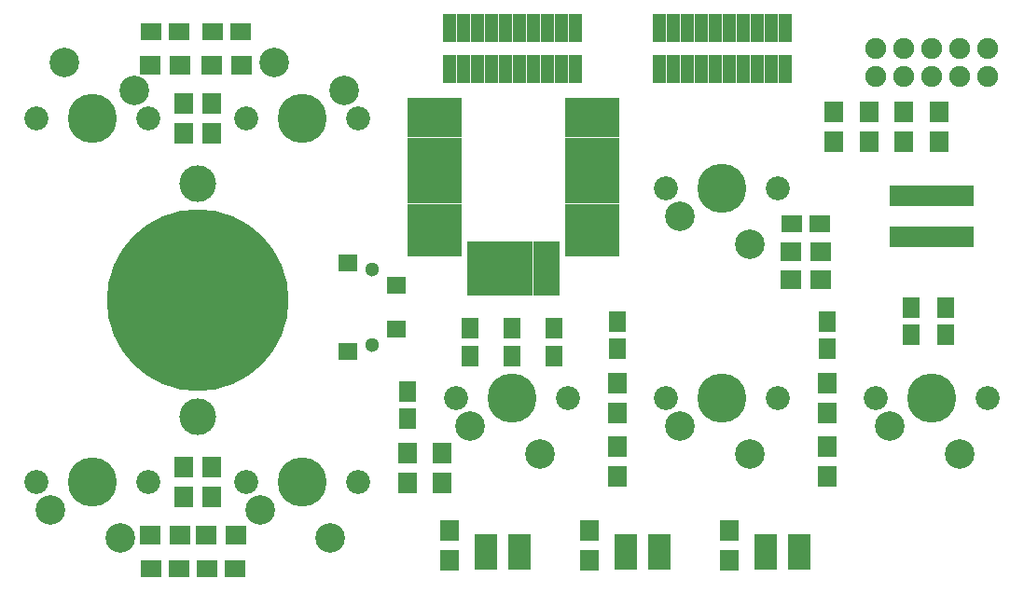
<source format=gbr>
G04 #@! TF.FileFunction,Soldermask,Top*
%FSLAX46Y46*%
G04 Gerber Fmt 4.6, Leading zero omitted, Abs format (unit mm)*
G04 Created by KiCad (PCBNEW 4.0.4-stable) date 02/19/17 16:13:15*
%MOMM*%
%LPD*%
G01*
G04 APERTURE LIST*
%ADD10C,0.100000*%
%ADD11C,3.321000*%
%ADD12C,16.510000*%
%ADD13C,2.178000*%
%ADD14C,2.686000*%
%ADD15C,4.464000*%
%ADD16R,1.650000X1.900000*%
%ADD17R,1.900000X1.650000*%
%ADD18C,1.900000*%
%ADD19R,1.700000X1.900000*%
%ADD20R,1.900000X1.700000*%
%ADD21R,0.750000X1.950000*%
%ADD22R,5.000000X1.200000*%
%ADD23R,1.200000X5.000000*%
%ADD24R,1.160000X2.600000*%
%ADD25R,1.800000X1.600000*%
%ADD26C,1.300000*%
%ADD27R,2.000000X3.200000*%
G04 APERTURE END LIST*
D10*
D11*
X98425000Y-112153700D03*
D12*
X98425000Y-101600000D03*
D11*
X98425000Y-91046300D03*
D13*
X140970000Y-110490000D03*
X151130000Y-110490000D03*
D14*
X142240000Y-113030000D03*
X148590000Y-115570000D03*
D15*
X146050000Y-110490000D03*
D13*
X160020000Y-110490000D03*
X170180000Y-110490000D03*
D14*
X161290000Y-113030000D03*
X167640000Y-115570000D03*
D15*
X165100000Y-110490000D03*
D13*
X121920000Y-110490000D03*
X132080000Y-110490000D03*
D14*
X123190000Y-113030000D03*
X129540000Y-115570000D03*
D15*
X127000000Y-110490000D03*
D16*
X166370000Y-102255000D03*
X166370000Y-104755000D03*
X163195000Y-102255000D03*
X163195000Y-104755000D03*
X155575000Y-106025000D03*
X155575000Y-103525000D03*
D17*
X154920000Y-94615000D03*
X152420000Y-94615000D03*
D16*
X136525000Y-106025000D03*
X136525000Y-103525000D03*
X117475000Y-112375000D03*
X117475000Y-109875000D03*
D17*
X99334000Y-125984000D03*
X101834000Y-125984000D03*
X96754000Y-125984000D03*
X94254000Y-125984000D03*
X99842000Y-77216000D03*
X102342000Y-77216000D03*
X96754000Y-77216000D03*
X94254000Y-77216000D03*
D16*
X123190000Y-104160000D03*
X123190000Y-106660000D03*
X130810000Y-104160000D03*
X130810000Y-106660000D03*
X127000000Y-104160000D03*
X127000000Y-106660000D03*
D18*
X160020000Y-78740000D03*
X160020000Y-81280000D03*
X162560000Y-78740000D03*
X162560000Y-81280000D03*
X165100000Y-78740000D03*
X165100000Y-81280000D03*
X167640000Y-78740000D03*
X167640000Y-81280000D03*
X170180000Y-78740000D03*
X170180000Y-81280000D03*
D19*
X165735000Y-87202000D03*
X165735000Y-84502000D03*
X162560000Y-87202000D03*
X162560000Y-84502000D03*
X159385000Y-87202000D03*
X159385000Y-84502000D03*
X155575000Y-117555000D03*
X155575000Y-114855000D03*
D20*
X152320000Y-99695000D03*
X155020000Y-99695000D03*
D19*
X136525000Y-114855000D03*
X136525000Y-117555000D03*
X120650000Y-118190000D03*
X120650000Y-115490000D03*
X99695000Y-116760000D03*
X99695000Y-119460000D03*
X121285000Y-122475000D03*
X121285000Y-125175000D03*
X133985000Y-122475000D03*
X133985000Y-125175000D03*
X146685000Y-122475000D03*
X146685000Y-125175000D03*
X97155000Y-116760000D03*
X97155000Y-119460000D03*
X99695000Y-86440000D03*
X99695000Y-83740000D03*
X156210000Y-84502000D03*
X156210000Y-87202000D03*
X97155000Y-86440000D03*
X97155000Y-83740000D03*
D21*
X168592500Y-95830000D03*
X168592500Y-92130000D03*
X167957500Y-95830000D03*
X167957500Y-92130000D03*
X167322500Y-95830000D03*
X167322500Y-92130000D03*
X166687500Y-95830000D03*
X166687500Y-92130000D03*
X166052500Y-95830000D03*
X166052500Y-92130000D03*
X165417500Y-95830000D03*
X165417500Y-92130000D03*
X164782500Y-95830000D03*
X164782500Y-92130000D03*
X164147500Y-95830000D03*
X164147500Y-92130000D03*
X163512500Y-95830000D03*
X163512500Y-92130000D03*
X162877500Y-95830000D03*
X162877500Y-92130000D03*
X162242500Y-95830000D03*
X162242500Y-92130000D03*
X161607500Y-95830000D03*
X161607500Y-92130000D03*
D22*
X119950000Y-83820000D03*
X119950000Y-85020000D03*
X119950000Y-86220000D03*
X119950000Y-87420000D03*
X119950000Y-88620000D03*
X119950000Y-89820000D03*
X119950000Y-91020000D03*
X119950000Y-92220000D03*
X119950000Y-93420000D03*
X119950000Y-94620000D03*
X119950000Y-95820000D03*
X119950000Y-97020000D03*
D23*
X123500000Y-98720000D03*
X125900000Y-98720000D03*
X127100000Y-98720000D03*
X128300000Y-98720000D03*
X129500000Y-98720000D03*
X130700000Y-98720000D03*
X124700000Y-98720000D03*
D22*
X134250000Y-95820000D03*
X134250000Y-94620000D03*
X134250000Y-93420000D03*
X134250000Y-92220000D03*
X134250000Y-91020000D03*
X134250000Y-89820000D03*
X134250000Y-88620000D03*
X134250000Y-87420000D03*
X134250000Y-86220000D03*
X134250000Y-85020000D03*
X134250000Y-83820000D03*
X134250000Y-97020000D03*
D13*
X93980000Y-85090000D03*
X83820000Y-85090000D03*
D14*
X92710000Y-82550000D03*
X86360000Y-80010000D03*
D15*
X88900000Y-85090000D03*
D13*
X83820000Y-118110000D03*
X93980000Y-118110000D03*
D14*
X85090000Y-120650000D03*
X91440000Y-123190000D03*
D15*
X88900000Y-118110000D03*
D13*
X102870000Y-118110000D03*
X113030000Y-118110000D03*
D14*
X104140000Y-120650000D03*
X110490000Y-123190000D03*
D15*
X107950000Y-118110000D03*
D13*
X140970000Y-91440000D03*
X151130000Y-91440000D03*
D14*
X142240000Y-93980000D03*
X148590000Y-96520000D03*
D15*
X146050000Y-91440000D03*
D13*
X113030000Y-85090000D03*
X102870000Y-85090000D03*
D14*
X111760000Y-82550000D03*
X105410000Y-80010000D03*
D15*
X107950000Y-85090000D03*
D24*
X121285000Y-76890000D03*
X121285000Y-80590000D03*
X122555000Y-76890000D03*
X122555000Y-80590000D03*
X123825000Y-76890000D03*
X123825000Y-80590000D03*
X125095000Y-76890000D03*
X125095000Y-80590000D03*
X126365000Y-76890000D03*
X126365000Y-80590000D03*
X127635000Y-76890000D03*
X127635000Y-80590000D03*
X128905000Y-76890000D03*
X128905000Y-80590000D03*
X130175000Y-76890000D03*
X130175000Y-80590000D03*
X131445000Y-76890000D03*
X131445000Y-80590000D03*
X132715000Y-76890000D03*
X132715000Y-80590000D03*
X140335000Y-76890000D03*
X140335000Y-80590000D03*
X141605000Y-76890000D03*
X141605000Y-80590000D03*
X142875000Y-76890000D03*
X142875000Y-80590000D03*
X144145000Y-76890000D03*
X144145000Y-80590000D03*
X145415000Y-76890000D03*
X145415000Y-80590000D03*
X146685000Y-76890000D03*
X146685000Y-80590000D03*
X147955000Y-76890000D03*
X147955000Y-80590000D03*
X149225000Y-76890000D03*
X149225000Y-80590000D03*
X150495000Y-76890000D03*
X150495000Y-80590000D03*
X151765000Y-76890000D03*
X151765000Y-80590000D03*
D19*
X155575000Y-109140000D03*
X155575000Y-111840000D03*
X136525000Y-109140000D03*
X136525000Y-111840000D03*
D20*
X152320000Y-97155000D03*
X155020000Y-97155000D03*
D19*
X117475000Y-118190000D03*
X117475000Y-115490000D03*
D20*
X99234000Y-122936000D03*
X101934000Y-122936000D03*
X96854000Y-122936000D03*
X94154000Y-122936000D03*
X99742000Y-80264000D03*
X102442000Y-80264000D03*
X96854000Y-80264000D03*
X94154000Y-80264000D03*
D25*
X112100000Y-106235000D03*
X116500000Y-104235000D03*
X112100000Y-98235000D03*
X116500000Y-100235000D03*
D26*
X114300000Y-105635000D03*
X114300000Y-98835000D03*
D27*
X150035000Y-124460000D03*
X153035000Y-124460000D03*
X137335000Y-124460000D03*
X140335000Y-124460000D03*
X124635000Y-124460000D03*
X127635000Y-124460000D03*
M02*

</source>
